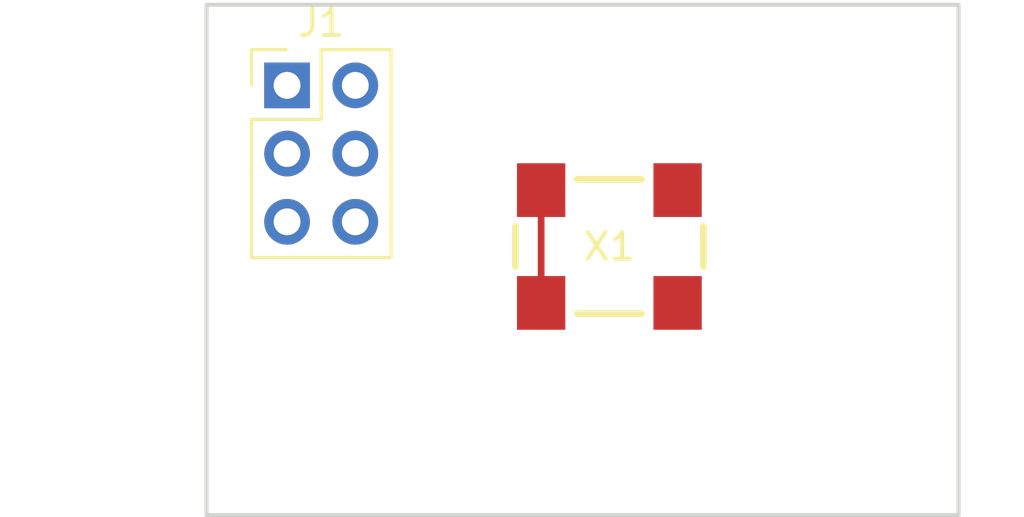
<source format=kicad_pcb>
(kicad_pcb (version 20171130) (host pcbnew "(5.0.0-rc3-dev-2-g101b68b61)")

  (general
    (thickness 1.6)
    (drawings 4)
    (tracks 1)
    (zones 0)
    (modules 2)
    (nets 10)
  )

  (page A4)
  (layers
    (0 F.Cu signal)
    (31 B.Cu signal)
    (37 F.SilkS user)
    (39 F.Mask user)
    (40 Dwgs.User user)
    (41 Cmts.User user)
    (42 Eco1.User user)
    (43 Eco2.User user)
    (44 Edge.Cuts user)
    (45 Margin user)
    (46 B.CrtYd user)
    (47 F.CrtYd user)
    (49 F.Fab user)
  )

  (setup
    (last_trace_width 0.25)
    (trace_clearance 0.2)
    (zone_clearance 0.508)
    (zone_45_only no)
    (trace_min 0.2)
    (segment_width 0.2)
    (edge_width 0.15)
    (via_size 0.8)
    (via_drill 0.4)
    (via_min_size 0.4)
    (via_min_drill 0.3)
    (uvia_size 0.3)
    (uvia_drill 0.1)
    (uvias_allowed no)
    (uvia_min_size 0.2)
    (uvia_min_drill 0.1)
    (pcb_text_width 0.3)
    (pcb_text_size 1.5 1.5)
    (mod_edge_width 0.15)
    (mod_text_size 1 1)
    (mod_text_width 0.15)
    (pad_size 1.7 1.7)
    (pad_drill 1)
    (pad_to_mask_clearance 0.2)
    (aux_axis_origin 0 0)
    (visible_elements 7FFFFFFF)
    (pcbplotparams
      (layerselection 0x010a0_ffffffff)
      (usegerberextensions true)
      (usegerberattributes false)
      (usegerberadvancedattributes false)
      (creategerberjobfile false)
      (excludeedgelayer true)
      (linewidth 0.100000)
      (plotframeref false)
      (viasonmask false)
      (mode 1)
      (useauxorigin false)
      (hpglpennumber 1)
      (hpglpenspeed 20)
      (hpglpendiameter 15.000000)
      (psnegative false)
      (psa4output false)
      (plotreference true)
      (plotvalue true)
      (plotinvisibletext false)
      (padsonsilk false)
      (subtractmaskfromsilk false)
      (outputformat 1)
      (mirror false)
      (drillshape 0)
      (scaleselection 1)
      (outputdirectory "gerber/"))
  )

  (net 0 "")
  (net 1 "Net-(X1-Pad3)")
  (net 2 +3V3)
  (net 3 GND)
  (net 4 "Net-(J1-Pad6)")
  (net 5 "Net-(J1-Pad5)")
  (net 6 "Net-(J1-Pad4)")
  (net 7 "Net-(J1-Pad3)")
  (net 8 "Net-(J1-Pad2)")
  (net 9 "Net-(J1-Pad1)")

  (net_class Default "This is the default net class."
    (clearance 0.2)
    (trace_width 0.25)
    (via_dia 0.8)
    (via_drill 0.4)
    (uvia_dia 0.3)
    (uvia_drill 0.1)
    (add_net +3V3)
    (add_net GND)
    (add_net "Net-(J1-Pad1)")
    (add_net "Net-(J1-Pad2)")
    (add_net "Net-(J1-Pad3)")
    (add_net "Net-(J1-Pad4)")
    (add_net "Net-(J1-Pad5)")
    (add_net "Net-(J1-Pad6)")
    (add_net "Net-(X1-Pad3)")
  )

  (module prj_lib_fp:SG0705 (layer F.Cu) (tedit 5B451A83) (tstamp 5B4519EE)
    (at 96 38)
    (descr http://www.farnell.com/datasheets/1841779.pdf)
    (tags "SPXO Crystal Oscillator")
    (path /5B4519FE)
    (attr smd)
    (fp_text reference X1 (at 0 0) (layer F.SilkS)
      (effects (font (size 1 1) (thickness 0.15)))
    )
    (fp_text value X1G0044810050_SG7050CAN_2.048_MHZ (at -0.0889 4.25196) (layer F.Fab)
      (effects (font (size 1 1) (thickness 0.15)))
    )
    (fp_line (start -1.2 2.5) (end 1.2 2.5) (layer F.SilkS) (width 0.254))
    (fp_line (start -1.2 -2.5) (end 1.2 -2.5) (layer F.SilkS) (width 0.254))
    (fp_text user "this one's mine!" (at 1.8923 6.7056) (layer Cmts.User) hide
      (effects (font (size 1 1) (thickness 0.15)))
    )
    (fp_line (start -3.5 -0.75) (end -3.5 0.75) (layer F.SilkS) (width 0.254))
    (fp_line (start 3.5 -0.75) (end 3.5 0.75) (layer F.SilkS) (width 0.254))
    (fp_line (start 3.5 -2.5) (end 3.5 2.5) (layer Dwgs.User) (width 0.254))
    (fp_line (start -3.5 -2.5) (end -3.5 2.5) (layer Dwgs.User) (width 0.254))
    (fp_line (start -3.5 2.5) (end 3.5 2.5) (layer Dwgs.User) (width 0.254))
    (fp_line (start -3.5 -2.5) (end 3.5 -2.5) (layer Dwgs.User) (width 0.254))
    (pad 1 smd rect (at -2.54 2.1) (size 1.8 2) (layers F.Cu F.Paste F.Mask)
      (net 2 +3V3))
    (pad 2 smd rect (at 2.54 2.1) (size 1.8 2) (layers F.Cu F.Paste F.Mask)
      (net 3 GND))
    (pad 4 smd rect (at -2.54 -2.1) (size 1.8 2) (layers F.Cu F.Paste F.Mask)
      (net 2 +3V3))
    (pad 3 smd rect (at 2.54 -2.1) (size 1.8 2) (layers F.Cu F.Paste F.Mask)
      (net 1 "Net-(X1-Pad3)"))
  )

  (module Pin_Headers:Pin_Header_Straight_2x03_Pitch2.54mm (layer F.Cu) (tedit 5B4536FF) (tstamp 5B4536E6)
    (at 84 32)
    (descr "Through hole straight pin header, 2x03, 2.54mm pitch, double rows")
    (tags "Through hole pin header THT 2x03 2.54mm double row")
    (path /5B4550CF)
    (fp_text reference J1 (at 1.27 -2.33) (layer F.SilkS)
      (effects (font (size 1 1) (thickness 0.15)))
    )
    (fp_text value Conn_02x03_Counter_Clockwise (at 1.27 7.41) (layer F.Fab)
      (effects (font (size 1 1) (thickness 0.15)))
    )
    (fp_text user %R (at 1.27 2.54 90) (layer F.Fab)
      (effects (font (size 1 1) (thickness 0.15)))
    )
    (fp_line (start 4.35 -1.8) (end -1.8 -1.8) (layer F.CrtYd) (width 0.05))
    (fp_line (start 4.35 6.85) (end 4.35 -1.8) (layer F.CrtYd) (width 0.05))
    (fp_line (start -1.8 6.85) (end 4.35 6.85) (layer F.CrtYd) (width 0.05))
    (fp_line (start -1.8 -1.8) (end -1.8 6.85) (layer F.CrtYd) (width 0.05))
    (fp_line (start -1.33 -1.33) (end 0 -1.33) (layer F.SilkS) (width 0.12))
    (fp_line (start -1.33 0) (end -1.33 -1.33) (layer F.SilkS) (width 0.12))
    (fp_line (start 1.27 -1.33) (end 3.87 -1.33) (layer F.SilkS) (width 0.12))
    (fp_line (start 1.27 1.27) (end 1.27 -1.33) (layer F.SilkS) (width 0.12))
    (fp_line (start -1.33 1.27) (end 1.27 1.27) (layer F.SilkS) (width 0.12))
    (fp_line (start 3.87 -1.33) (end 3.87 6.41) (layer F.SilkS) (width 0.12))
    (fp_line (start -1.33 1.27) (end -1.33 6.41) (layer F.SilkS) (width 0.12))
    (fp_line (start -1.33 6.41) (end 3.87 6.41) (layer F.SilkS) (width 0.12))
    (fp_line (start -1.27 0) (end 0 -1.27) (layer F.Fab) (width 0.1))
    (fp_line (start -1.27 6.35) (end -1.27 0) (layer F.Fab) (width 0.1))
    (fp_line (start 3.81 6.35) (end -1.27 6.35) (layer F.Fab) (width 0.1))
    (fp_line (start 3.81 -1.27) (end 3.81 6.35) (layer F.Fab) (width 0.1))
    (fp_line (start 0 -1.27) (end 3.81 -1.27) (layer F.Fab) (width 0.1))
    (pad 6 thru_hole oval (at 2.54 5.08) (size 1.7 1.7) (drill 1) (layers *.Cu *.Mask)
      (net 4 "Net-(J1-Pad6)"))
    (pad 5 thru_hole oval (at 0 5.08) (size 1.7 1.7) (drill 1) (layers *.Cu *.Mask)
      (net 5 "Net-(J1-Pad5)"))
    (pad 4 thru_hole oval (at 2.54 2.54) (size 1.7 1.7) (drill 1) (layers *.Cu *.Mask)
      (net 6 "Net-(J1-Pad4)"))
    (pad 3 thru_hole oval (at 0 2.54) (size 1.7 1.7) (drill 1) (layers *.Cu *.Mask)
      (net 7 "Net-(J1-Pad3)"))
    (pad 2 thru_hole circle (at 2.54 0) (size 1.7 1.7) (drill 1) (layers *.Cu *.Mask)
      (net 8 "Net-(J1-Pad2)"))
    (pad 1 thru_hole rect (at 0 0) (size 1.7 1.7) (drill 1) (layers *.Cu *.Mask)
      (net 9 "Net-(J1-Pad1)"))
    (model ${KISYS3DMOD}/Pin_Headers.3dshapes/Pin_Header_Straight_2x03_Pitch2.54mm.wrl
      (at (xyz 0 0 0))
      (scale (xyz 1 1 1))
      (rotate (xyz 0 0 0))
    )
  )

  (gr_line (start 81 48) (end 81 29) (layer Edge.Cuts) (width 0.15))
  (gr_line (start 109 48) (end 81 48) (layer Edge.Cuts) (width 0.15))
  (gr_line (start 109 29) (end 109 48) (layer Edge.Cuts) (width 0.15))
  (gr_line (start 81 29) (end 109 29) (layer Edge.Cuts) (width 0.15))

  (segment (start 93.46 35.9) (end 93.46 40.1) (width 0.25) (layer F.Cu) (net 2))

)

</source>
